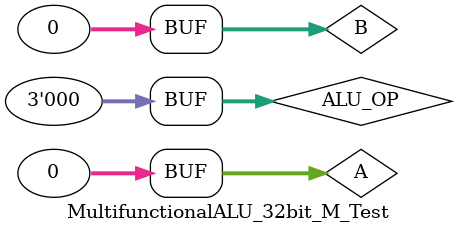
<source format=v>
`timescale 1ns / 1ps


module MultifunctionalALU_32bit_M_Test;

	reg [31:0] A;
	reg [31:0] B;
	reg [2:0] ALU_OP;


	wire [31:0] F;
	wire ZF;
	wire OF;

	MultifunctionalALU_32bit_M uut (.A(A),.B(B),.F(F),.ZF(ZF),.OF(OF),.ALU_OP(ALU_OP));

	initial begin
		//and 0ns
		A = 32'hFFFF_FFFF;B = 32'h0000_0000;ALU_OP = 3'b000;#100;//F=32'h0000_0000,ZF=1,OF=X
		A = 32'hFFFF_FFFF;B = 32'hFFFF_FFFF;ALU_OP = 3'b000;#100;//F=32'hFFFF_FFFF,ZF=0,OF=X
		A = 32'hFFFF_0000;B = 32'h0000_FFFF;ALU_OP = 3'b000;#100;//F=32'h0000_0000,ZF=1,OF=X
		//or 300ns
		A = 32'hFFFF_FFFF;B = 32'h0000_0000;ALU_OP = 3'b001;#100;//F=32'hFFFF_FFFF,ZF=0,OF=X
		A = 32'h0000_0000;B = 32'h0000_0000;ALU_OP = 3'b001;#100;//F=32'h0000_0000,ZF=1,OF=X
		A = 32'hFFFF_0000;B = 32'h0000_FFFF;ALU_OP = 3'b001;#100;//F=32'hFFFF_FFFF,ZF=0,OF=X
		//xor 600ns
		A = 32'hFFFF_0000;B = 32'hFFFF_0000;ALU_OP = 3'b010;#100;//F=32'h0000_0000,ZF=1,OF=X
		A = 32'hFFFF_0000;B = 32'h0000_FFFF;ALU_OP = 3'b010;#100;//F=32'hFFFF_FFFF,ZF=0,OF=X
		A = 32'hF0F0_0000;B = 32'h0F0F_0000;ALU_OP = 3'b010;#100;//F=32'hFFFF_0000,ZF=0,OF=X
		//nor 900ns
		A = 32'hFFFF_FFFF;B = 32'h0000_0000;ALU_OP = 3'b011;#100;//F=32'h0000_0000,ZF=1,OF=X
		A = 32'h0000_0000;B = 32'h0000_0000;ALU_OP = 3'b011;#100;//F=32'h0000_0000,ZF=0,OF=X
		A = 32'hFFFF_0000;B = 32'h0000_FFFF;ALU_OP = 3'b011;#100;//F=32'h0000_0000,ZF=1,OF=X
		//add 1200ns
		A = 32'h0000_FFFF;B = 32'h0000_FFFF;ALU_OP = 3'b100;#100;//F=32'h0001_FFFE,ZF=0,OF=0
		A = 32'h7FFF_0000;B = 32'h7FFF_0000;ALU_OP = 3'b100;#100;//F=32'hFFFE_0000,ZF=0,OF=1ÕýÒç³ö
		A = 32'h8FFF_0000;B = 32'h8FFF_0000;ALU_OP = 3'b100;#100;//F=32'h1FFE_0000,ZF=0,OF=1¸ºÒç³ö
		//sub 1500ns
		A = 32'hFFFF_0000;B = 32'hFFFF_0000;ALU_OP = 3'b101;#100;//F=32'h0000_0000,ZF=1,OF=0
		A = 32'h0000_0002;B = 32'h0000_0001;ALU_OP = 3'b101;#100;//F=32'h0000_0001,ZF=0,OF=0
		A = 32'h0000_0001;B = 32'h0000_0002;ALU_OP = 3'b101;#100;//F=32'h1111_1111,ZF=0,OF=0
		//a<b? 1800ns
		A = 32'h0000_0001;B = 32'hFFFF_0000;ALU_OP = 3'b110;#100;//F=32'h0000_0001,ZF=0,OF=X
		A = 32'h0000_0002;B = 32'h0000_0001;ALU_OP = 3'b110;#100;//F=32'h0000_0000,ZF=1,OF=X
		A = 32'h0000_0000;B = 32'h0000_0000;ALU_OP = 3'b110;#100;//F=32'h0000_0000,ZF=0,OF=X
		//b<<a 2100ns
		A = 32'h0000_0001;B = 32'h0000_FFFF;ALU_OP = 3'b111;#100;//F=32'h0001_FFFE,ZF=0,OF=X
		A = 32'h0000_0002;B = 32'h0000_FFFF;ALU_OP = 3'b111;#100;//F=32'h0003_FFFC,ZF=0,OF=X!!!!
		A = 32'h0000_0004;B = 32'h0000_FFFF;ALU_OP = 3'b111;#100;//F=32'h000F_FFF0,ZF=0,OF=X!!!!
		//null 2400ns
		A = 32'h0000_0000;B = 32'h0000_0000;ALU_OP = 3'b000;#100;//F=32'h0000_0000,ZF=0,OF=X
		A = 32'h0000_0000;B = 32'h0000_0000;ALU_OP = 3'b000;#100;//F=32'h0000_0000,ZF=0,OF=X
		A = 32'h0000_0000;B = 32'h0000_0000;ALU_OP = 3'b000;#100;//F=32'h0000_0000,ZF=0,OF=X
		
	end
      
endmodule


</source>
